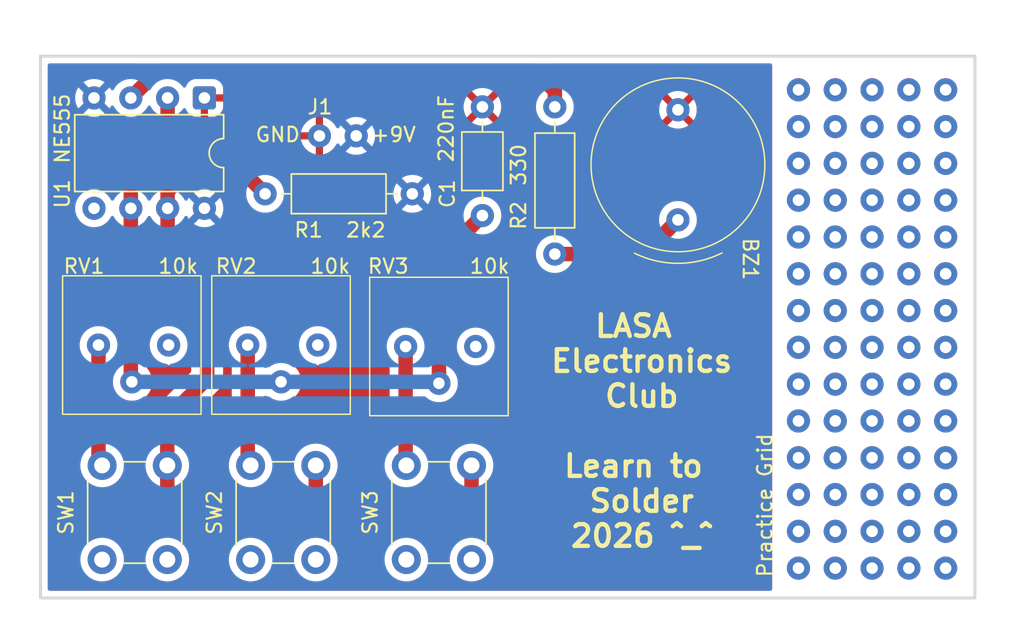
<source format=kicad_pcb>
(kicad_pcb (version 20241229) (generator "pcbnew") (generator_version "9.0")
  (layers (0 "F.Cu" signal) (2 "B.Cu" signal) (13 "F.Paste" user) (15 "B.Paste" user) (5 "F.SilkS" user "F.Silkscreen") (7 "B.SilkS" user "B.Silkscreen") (1 "F.Mask" user) (3 "B.Mask" user) (25 "Edge.Cuts" user))
  (net 0 "")
  (net 1 "Net-(U1-THR)")
  (net 2 "buzz")
  (net 3 "GND")
  (net 4 "+9V")
  (net 5 "Net-(U1-DIS)")
  (net 8 "Net-(RV1-Pad3)")
  (net 9 "Net-(RV2-Pad3)")
  (net 11 "Net-(RV3-Pad3)")
  (net 13 "Net-(BZ1-+)")
  (footprint "1_my_custom_library:3386P_Trimmer" (layer "F.Cu") (at 127.1 91.44)
    (property "Reference" "RV2" (at -3.1 -5.44 0) (layer "F.SilkS"))
    (property "Value" "10k")
    (fp_rect (start -4.78 -4.78) (end 4.78 4.78) (stroke (width 0.1)) (fill no) (layer "F.SilkS"))
    (pad "1" thru_hole circle (at 2.54 0) (size 1.6 1.6) (drill 0.8) (layers "*.Cu" "*.Mask"))
    (pad "2" thru_hole circle (at 0 2.54) (size 1.6 1.6) (drill 0.8) (layers "*.Cu" "*.Mask") (net 1 "Net-(U1-THR)"))
    (pad "3" thru_hole circle (at -2.3 0) (size 1.6 1.6) (drill 0.8) (layers "*.Cu" "*.Mask") (net 9 "Net-(RV2-Pad3)"))
  )
  (footprint "Button_Switch_THT:SW_PUSH_6mm" (layer "F.Cu") (at 140.25 99.75 -90)
    (property "Reference" "SW3" (at 3.25 7 90) (layer "F.SilkS"))
    (property "Value" "SW_Push")
    (fp_line (start 1 5.5) (end 5.5 5.5) (stroke (width 0.12)) (layer "F.SilkS"))
    (fp_line (start 6.75 3) (end 6.75 1.5) (stroke (width 0.12)) (layer "F.SilkS"))
    (fp_line (start -0.25 1.5) (end -0.25 3) (stroke (width 0.12)) (layer "F.SilkS"))
    (fp_line (start 5.5 -1) (end 1 -1) (stroke (width 0.12)) (layer "F.SilkS"))
    (pad "1" thru_hole circle (at 0 0) (size 2 2) (drill 1.1) (layers "*.Cu" "*.Mask") (net 5 "Net-(U1-DIS)"))
    (pad "1" thru_hole circle (at 6.5 0) (size 2 2) (drill 1.1) (layers "*.Cu" "*.Mask") (net 5 "Net-(U1-DIS)"))
    (pad "2" thru_hole circle (at 0 4.5) (size 2 2) (drill 1.1) (layers "*.Cu" "*.Mask") (net 11 "Net-(RV3-Pad3)"))
    (pad "2" thru_hole circle (at 6.5 4.5) (size 2 2) (drill 1.1) (layers "*.Cu" "*.Mask") (net 11 "Net-(RV3-Pad3)"))
  )
  (footprint "Resistor_THT:R_Axial_DIN0207_L6.3mm_D2.5mm_P10.16mm_Horizontal" (layer "F.Cu") (at 136.16 81 180)
    (property "Reference" "R1" (at 7.16 -2.5 0) (layer "F.SilkS"))
    (property "Value" "2k2")
    (fp_line (start 9.12 0) (end 8.35 0) (stroke (width 0.12)) (layer "F.SilkS"))
    (fp_line (start 1.04 0) (end 1.81 0) (stroke (width 0.12)) (layer "F.SilkS"))
    (fp_rect (start 1.81 -1.37) (end 8.35 1.37) (stroke (width 0.12)) (fill no) (layer "F.SilkS"))
    (pad "1" thru_hole circle (at 0 0 180) (size 1.6 1.6) (drill 0.8) (layers "*.Cu" "*.Mask") (net 4 "+9V"))
    (pad "2" thru_hole circle (at 10.16 0 180) (size 1.6 1.6) (drill 0.8) (layers "*.Cu" "*.Mask") (net 5 "Net-(U1-DIS)"))
  )
  (footprint "aaaa_custom:Solder learning area" (layer "F.Cu") (at 170.44 76.36)
    (property "Reference" "REF**" (hide yes))
    (property "Value" "Solder learning area")
    (pad "1" thru_hole circle (at -7.62 -2.54) (size 1.6 1.6) (drill 0.8) (layers "*.Cu" "*.Mask"))
    (pad "1" thru_hole circle (at -7.62 0) (size 1.6 1.6) (drill 0.8) (layers "*.Cu" "*.Mask"))
    (pad "1" thru_hole circle (at -7.62 2.54) (size 1.6 1.6) (drill 0.8) (layers "*.Cu" "*.Mask"))
    (pad "1" thru_hole circle (at -7.62 5.08) (size 1.6 1.6) (drill 0.8) (layers "*.Cu" "*.Mask"))
    (pad "1" thru_hole circle (at -7.62 7.62) (size 1.6 1.6) (drill 0.8) (layers "*.Cu" "*.Mask"))
    (pad "1" thru_hole circle (at -7.62 10.16) (size 1.6 1.6) (drill 0.8) (layers "*.Cu" "*.Mask"))
    (pad "1" thru_hole circle (at -7.62 12.7) (size 1.6 1.6) (drill 0.8) (layers "*.Cu" "*.Mask"))
    (pad "1" thru_hole circle (at -7.62 15.24) (size 1.6 1.6) (drill 0.8) (layers "*.Cu" "*.Mask"))
    (pad "1" thru_hole circle (at -7.62 17.78) (size 1.6 1.6) (drill 0.8) (layers "*.Cu" "*.Mask"))
    (pad "1" thru_hole circle (at -7.62 20.32) (size 1.6 1.6) (drill 0.8) (layers "*.Cu" "*.Mask"))
    (pad "1" thru_hole circle (at -7.62 22.86) (size 1.6 1.6) (drill 0.8) (layers "*.Cu" "*.Mask"))
    (pad "1" thru_hole circle (at -7.62 25.4) (size 1.6 1.6) (drill 0.8) (layers "*.Cu" "*.Mask"))
    (pad "1" thru_hole circle (at -7.62 27.94) (size 1.6 1.6) (drill 0.8) (layers "*.Cu" "*.Mask"))
    (pad "1" thru_hole circle (at -7.62 30.48) (size 1.6 1.6) (drill 0.8) (layers "*.Cu" "*.Mask"))
    (pad "1" thru_hole circle (at -5.08 -2.54) (size 1.6 1.6) (drill 0.8) (layers "*.Cu" "*.Mask"))
    (pad "1" thru_hole circle (at -5.08 0) (size 1.6 1.6) (drill 0.8) (layers "*.Cu" "*.Mask"))
    (pad "1" thru_hole circle (at -5.08 2.54) (size 1.6 1.6) (drill 0.8) (layers "*.Cu" "*.Mask"))
    (pad "1" thru_hole circle (at -5.08 5.08) (size 1.6 1.6) (drill 0.8) (layers "*.Cu" "*.Mask"))
    (pad "1" thru_hole circle (at -5.08 7.62) (size 1.6 1.6) (drill 0.8) (layers "*.Cu" "*.Mask"))
    (pad "1" thru_hole circle (at -5.08 10.16) (size 1.6 1.6) (drill 0.8) (layers "*.Cu" "*.Mask"))
    (pad "1" thru_hole circle (at -5.08 12.7) (size 1.6 1.6) (drill 0.8) (layers "*.Cu" "*.Mask"))
    (pad "1" thru_hole circle (at -5.08 15.24) (size 1.6 1.6) (drill 0.8) (layers "*.Cu" "*.Mask"))
    (pad "1" thru_hole circle (at -5.08 17.78) (size 1.6 1.6) (drill 0.8) (layers "*.Cu" "*.Mask"))
    (pad "1" thru_hole circle (at -5.08 20.32) (size 1.6 1.6) (drill 0.8) (layers "*.Cu" "*.Mask"))
    (pad "1" thru_hole circle (at -5.08 22.86) (size 1.6 1.6) (drill 0.8) (layers "*.Cu" "*.Mask"))
    (pad "1" thru_hole circle (at -5.08 25.4) (size 1.6 1.6) (drill 0.8) (layers "*.Cu" "*.Mask"))
    (pad "1" thru_hole circle (at -5.08 27.94) (size 1.6 1.6) (drill 0.8) (layers "*.Cu" "*.Mask"))
    (pad "1" thru_hole circle (at -5.08 30.48) (size 1.6 1.6) (drill 0.8) (layers "*.Cu" "*.Mask"))
    (pad "1" thru_hole circle (at -2.54 -2.54) (size 1.6 1.6) (drill 0.8) (layers "*.Cu" "*.Mask"))
    (pad "1" thru_hole circle (at -2.54 0) (size 1.6 1.6) (drill 0.8) (layers "*.Cu" "*.Mask"))
    (pad "1" thru_hole circle (at -2.54 2.54) (size 1.6 1.6) (drill 0.8) (layers "*.Cu" "*.Mask"))
    (pad "1" thru_hole circle (at -2.54 5.08) (size 1.6 1.6) (drill 0.8) (layers "*.Cu" "*.Mask"))
    (pad "1" thru_hole circle (at -2.54 7.62) (size 1.6 1.6) (drill 0.8) (layers "*.Cu" "*.Mask"))
    (pad "1" thru_hole circle (at -2.54 10.16) (size 1.6 1.6) (drill 0.8) (layers "*.Cu" "*.Mask"))
    (pad "1" thru_hole circle (at -2.54 12.7) (size 1.6 1.6) (drill 0.8) (layers "*.Cu" "*.Mask"))
    (pad "1" thru_hole circle (at -2.54 15.24) (size 1.6 1.6) (drill 0.8) (layers "*.Cu" "*.Mask"))
    (pad "1" thru_hole circle (at -2.54 17.78) (size 1.6 1.6) (drill 0.8) (layers "*.Cu" "*.Mask"))
    (pad "1" thru_hole circle (at -2.54 20.32) (size 1.6 1.6) (drill 0.8) (layers "*.Cu" "*.Mask"))
    (pad "1" thru_hole circle (at -2.54 22.86) (size 1.6 1.6) (drill 0.8) (layers "*.Cu" "*.Mask"))
    (pad "1" thru_hole circle (at -2.54 25.4) (size 1.6 1.6) (drill 0.8) (layers "*.Cu" "*.Mask"))
    (pad "1" thru_hole circle (at -2.54 27.94) (size 1.6 1.6) (drill 0.8) (layers "*.Cu" "*.Mask"))
    (pad "1" thru_hole circle (at -2.54 30.48) (size 1.6 1.6) (drill 0.8) (layers "*.Cu" "*.Mask"))
    (pad "1" thru_hole circle (at 0 -2.54) (size 1.6 1.6) (drill 0.8) (layers "*.Cu" "*.Mask"))
    (pad "1" thru_hole circle (at 0 0) (size 1.6 1.6) (drill 0.8) (layers "*.Cu" "*.Mask"))
    (pad "1" thru_hole circle (at 0 2.54) (size 1.6 1.6) (drill 0.8) (layers "*.Cu" "*.Mask"))
    (pad "1" thru_hole circle (at 0 5.08) (size 1.6 1.6) (drill 0.8) (layers "*.Cu" "*.Mask"))
    (pad "1" thru_hole circle (at 0 7.62) (size 1.6 1.6) (drill 0.8) (layers "*.Cu" "*.Mask"))
    (pad "1" thru_hole circle (at 0 10.16) (size 1.6 1.6) (drill 0.8) (layers "*.Cu" "*.Mask"))
    (pad "1" thru_hole circle (at 0 12.7) (size 1.6 1.6) (drill 0.8) (layers "*.Cu" "*.Mask"))
    (pad "1" thru_hole circle (at 0 15.24) (size 1.6 1.6) (drill 0.8) (layers "*.Cu" "*.Mask"))
    (pad "1" thru_hole circle (at 0 17.78) (size 1.6 1.6) (drill 0.8) (layers "*.Cu" "*.Mask"))
    (pad "1" thru_hole circle (at 0 20.32) (size 1.6 1.6) (drill 0.8) (layers "*.Cu" "*.Mask"))
    (pad "1" thru_hole circle (at 0 22.86) (size 1.6 1.6) (drill 0.8) (layers "*.Cu" "*.Mask"))
    (pad "1" thru_hole circle (at 0 25.4) (size 1.6 1.6) (drill 0.8) (layers "*.Cu" "*.Mask"))
    (pad "1" thru_hole circle (at 0 27.94) (size 1.6 1.6) (drill 0.8) (layers "*.Cu" "*.Mask"))
    (pad "1" thru_hole circle (at 0 30.48) (size 1.6 1.6) (drill 0.8) (layers "*.Cu" "*.Mask"))
    (pad "1" thru_hole circle (at 2.54 -2.54) (size 1.6 1.6) (drill 0.8) (layers "*.Cu" "*.Mask"))
    (pad "1" thru_hole circle (at 2.54 0) (size 1.6 1.6) (drill 0.8) (layers "*.Cu" "*.Mask"))
    (pad "1" thru_hole circle (at 2.54 2.54) (size 1.6 1.6) (drill 0.8) (layers "*.Cu" "*.Mask"))
    (pad "1" thru_hole circle (at 2.54 5.08) (size 1.6 1.6) (drill 0.8) (layers "*.Cu" "*.Mask"))
    (pad "1" thru_hole circle (at 2.54 7.62) (size 1.6 1.6) (drill 0.8) (layers "*.Cu" "*.Mask"))
    (pad "1" thru_hole circle (at 2.54 10.16) (size 1.6 1.6) (drill 0.8) (layers "*.Cu" "*.Mask"))
    (pad "1" thru_hole circle (at 2.54 12.7) (size 1.6 1.6) (drill 0.8) (layers "*.Cu" "*.Mask"))
    (pad "1" thru_hole circle (at 2.54 15.24) (size 1.6 1.6) (drill 0.8) (layers "*.Cu" "*.Mask"))
    (pad "1" thru_hole circle (at 2.54 17.78) (size 1.6 1.6) (drill 0.8) (layers "*.Cu" "*.Mask"))
    (pad "1" thru_hole circle (at 2.54 20.32) (size 1.6 1.6) (drill 0.8) (layers "*.Cu" "*.Mask"))
    (pad "1" thru_hole circle (at 2.54 22.86) (size 1.6 1.6) (drill 0.8) (layers "*.Cu" "*.Mask"))
    (pad "1" thru_hole circle (at 2.54 25.4) (size 1.6 1.6) (drill 0.8) (layers "*.Cu" "*.Mask"))
    (pad "1" thru_hole circle (at 2.54 27.94) (size 1.6 1.6) (drill 0.8) (layers "*.Cu" "*.Mask"))
    (pad "1" thru_hole circle (at 2.54 30.48) (size 1.6 1.6) (drill 0.8) (layers "*.Cu" "*.Mask"))
  )
  (footprint "1_my_custom_library:3386P_Trimmer" (layer "F.Cu") (at 138 91.54)
    (property "Reference" "RV3" (at -3.5 -5.54 0) (layer "F.SilkS"))
    (property "Value" "10k")
    (fp_rect (start -4.78 -4.78) (end 4.78 4.78) (stroke (width 0.1)) (fill no) (layer "F.SilkS"))
    (pad "1" thru_hole circle (at 2.54 0) (size 1.6 1.6) (drill 0.8) (layers "*.Cu" "*.Mask"))
    (pad "2" thru_hole circle (at 0 2.54) (size 1.6 1.6) (drill 0.8) (layers "*.Cu" "*.Mask") (net 1 "Net-(U1-THR)"))
    (pad "3" thru_hole circle (at -2.3 0) (size 1.6 1.6) (drill 0.8) (layers "*.Cu" "*.Mask") (net 11 "Net-(RV3-Pad3)"))
  )
  (footprint "Capacitor_THT:C_Axial_L3.8mm_D2.6mm_P7.50mm_Horizontal" (layer "F.Cu") (at 141 82.5 90)
    (property "Reference" "C1" (at 1.5 -2.42 90) (layer "F.SilkS"))
    (property "Value" "220n")
    (fp_line (start 6.46 0) (end 5.77 0) (stroke (width 0.12)) (layer "F.SilkS"))
    (fp_line (start 1.04 0) (end 1.73 0) (stroke (width 0.12)) (layer "F.SilkS"))
    (fp_rect (start 1.73 -1.42) (end 5.77 1.42) (stroke (width 0.12)) (fill no) (layer "F.SilkS"))
    (pad "1" thru_hole circle (at 0 0 90) (size 1.6 1.6) (drill 0.8) (layers "*.Cu" "*.Mask") (net 1 "Net-(U1-THR)"))
    (pad "2" thru_hole circle (at 7.5 0 90) (size 1.6 1.6) (drill 0.8) (layers "*.Cu" "*.Mask") (net 3 "GND"))
  )
  (footprint "Package_DIP:DIP-8_W7.62mm" (layer "F.Cu") (at 121.81 74.38 -90)
    (property "Reference" "U1" (at 6.62 9.81 90) (layer "F.SilkS"))
    (property "Value" "NE555P")
    (fp_line (start 1.16 8.95) (end 6.46 8.95) (stroke (width 0.12)) (layer "F.SilkS"))
    (fp_line (start 6.46 8.95) (end 6.46 -1.33) (stroke (width 0.12)) (layer "F.SilkS"))
    (fp_line (start 1.16 -1.33) (end 1.16 8.95) (stroke (width 0.12)) (layer "F.SilkS"))
    (fp_line (start 2.81 -1.33) (end 1.16 -1.33) (stroke (width 0.12)) (layer "F.SilkS"))
    (fp_line (start 6.46 -1.33) (end 4.81 -1.33) (stroke (width 0.12)) (layer "F.SilkS"))
    (fp_arc (start 4.81 -1.33) (mid 3.81 -0.33) (end 2.81 -1.33) (stroke (width 0.12)) (layer "F.SilkS"))
    (pad "1" thru_hole roundrect (at 0 0 270) (size 1.6 1.6) (drill 0.8) (layers "*.Cu" "*.Mask") (roundrect_rratio 0.15625) (net 3 "GND"))
    (pad "2" thru_hole circle (at 0 2.54 270) (size 1.6 1.6) (drill 0.8) (layers "*.Cu" "*.Mask") (net 1 "Net-(U1-THR)"))
    (pad "3" thru_hole circle (at 0 5.08 270) (size 1.6 1.6) (drill 0.8) (layers "*.Cu" "*.Mask") (net 2 "buzz"))
    (pad "4" thru_hole circle (at 0 7.62 270) (size 1.6 1.6) (drill 0.8) (layers "*.Cu" "*.Mask") (net 4 "+9V"))
    (pad "5" thru_hole circle (at 7.62 7.62 270) (size 1.6 1.6) (drill 0.8) (layers "*.Cu" "*.Mask"))
    (pad "6" thru_hole circle (at 7.62 5.08 270) (size 1.6 1.6) (drill 0.8) (layers "*.Cu" "*.Mask") (net 1 "Net-(U1-THR)"))
    (pad "7" thru_hole circle (at 7.62 2.54 270) (size 1.6 1.6) (drill 0.8) (layers "*.Cu" "*.Mask") (net 5 "Net-(U1-DIS)"))
    (pad "8" thru_hole circle (at 7.62 0 270) (size 1.6 1.6) (drill 0.8) (layers "*.Cu" "*.Mask") (net 4 "+9V"))
  )
  (footprint "1_my_custom_library:9v_dc_batt_2_pin" (layer "F.Cu") (at 129.75 77)
    (property "Reference" "J1" (at 0.04 -2 0) (layer "F.SilkS"))
    (property "Value" "9V Connector")
    (fp_text user "+9V" (at 3.5 0.5 0) (layer "F.SilkS") (effects (justify left bottom)))
    (fp_text user "GND" (at -4.5 0.5 0) (layer "F.SilkS") (effects (justify left bottom)))
    (pad "1" thru_hole circle (at 2.54 0) (size 1.6 1.6) (drill 0.8) (layers "*.Cu" "*.Mask") (net 4 "+9V"))
    (pad "2" thru_hole circle (at 0 0) (size 1.6 1.6) (drill 0.8) (layers "*.Cu" "*.Mask") (net 3 "GND"))
  )
  (footprint "aaaa_custom:HNB-09A05 buzzer" (layer "F.Cu") (at 154.5 79 180)
    (property "Reference" "BZ1" (at -5 -6.5 270) (layer "F.SilkS"))
    (property "Value" "42R Passive Buzzer")
    (fp_arc (start -3.040066 -6.080132) (mid -0.022361 -6.797757) (end 3 -6.1) (stroke (width 0.1)) (layer "F.SilkS"))
    (fp_circle (center 0 0) (end 6 0) (stroke (width 0.1)) (fill no) (layer "F.SilkS"))
    (pad "1" thru_hole circle (at 0 -3.8 180) (size 1.6 1.6) (drill 0.8) (layers "*.Cu" "*.Mask") (net 13 "Net-(BZ1-+)"))
    (pad "2" thru_hole circle (at 0 3.8 180) (size 1.6 1.6) (drill 0.8) (layers "*.Cu" "*.Mask") (net 3 "GND"))
  )
  (footprint "Button_Switch_THT:SW_PUSH_6mm" (layer "F.Cu") (at 119.25 99.75 -90)
    (property "Reference" "SW1" (at 3.25 7 90) (layer "F.SilkS"))
    (property "Value" "SW_Push")
    (fp_line (start 1 5.5) (end 5.5 5.5) (stroke (width 0.12)) (layer "F.SilkS"))
    (fp_line (start 6.75 3) (end 6.75 1.5) (stroke (width 0.12)) (layer "F.SilkS"))
    (fp_line (start -0.25 1.5) (end -0.25 3) (stroke (width 0.12)) (layer "F.SilkS"))
    (fp_line (start 5.5 -1) (end 1 -1) (stroke (width 0.12)) (layer "F.SilkS"))
    (pad "1" thru_hole circle (at 0 0) (size 2 2) (drill 1.1) (layers "*.Cu" "*.Mask") (net 5 "Net-(U1-DIS)"))
    (pad "1" thru_hole circle (at 6.5 0) (size 2 2) (drill 1.1) (layers "*.Cu" "*.Mask") (net 5 "Net-(U1-DIS)"))
    (pad "2" thru_hole circle (at 0 4.5) (size 2 2) (drill 1.1) (layers "*.Cu" "*.Mask") (net 8 "Net-(RV1-Pad3)"))
    (pad "2" thru_hole circle (at 6.5 4.5) (size 2 2) (drill 1.1) (layers "*.Cu" "*.Mask") (net 8 "Net-(RV1-Pad3)"))
  )
  (footprint "Resistor_THT:R_Axial_DIN0207_L6.3mm_D2.5mm_P10.16mm_Horizontal" (layer "F.Cu") (at 146 75 -90)
    (property "Reference" "R2" (at 7.5 2.5 90) (layer "F.SilkS"))
    (property "Value" "330")
    (fp_line (start 1.04 0) (end 1.81 0) (stroke (width 0.12)) (layer "F.SilkS"))
    (fp_line (start 9.12 0) (end 8.35 0) (stroke (width 0.12)) (layer "F.SilkS"))
    (fp_rect (start 1.81 -1.37) (end 8.35 1.37) (stroke (width 0.12)) (fill no) (layer "F.SilkS"))
    (pad "1" thru_hole circle (at 0 0 270) (size 1.6 1.6) (drill 0.8) (layers "*.Cu" "*.Mask") (net 2 "buzz"))
    (pad "2" thru_hole circle (at 10.16 0 270) (size 1.6 1.6) (drill 0.8) (layers "*.Cu" "*.Mask") (net 13 "Net-(BZ1-+)"))
  )
  (footprint "Button_Switch_THT:SW_PUSH_6mm" (layer "F.Cu") (at 129.5 99.75 -90)
    (property "Reference" "SW2" (at 3.25 7 90) (layer "F.SilkS"))
    (property "Value" "SW_Push")
    (fp_line (start 1 5.5) (end 5.5 5.5) (stroke (width 0.12)) (layer "F.SilkS"))
    (fp_line (start 6.75 3) (end 6.75 1.5) (stroke (width 0.12)) (layer "F.SilkS"))
    (fp_line (start -0.25 1.5) (end -0.25 3) (stroke (width 0.12)) (layer "F.SilkS"))
    (fp_line (start 5.5 -1) (end 1 -1) (stroke (width 0.12)) (layer "F.SilkS"))
    (pad "1" thru_hole circle (at 0 0) (size 2 2) (drill 1.1) (layers "*.Cu" "*.Mask") (net 5 "Net-(U1-DIS)"))
    (pad "1" thru_hole circle (at 6.5 0) (size 2 2) (drill 1.1) (layers "*.Cu" "*.Mask") (net 5 "Net-(U1-DIS)"))
    (pad "2" thru_hole circle (at 0 4.5) (size 2 2) (drill 1.1) (layers "*.Cu" "*.Mask") (net 9 "Net-(RV2-Pad3)"))
    (pad "2" thru_hole circle (at 6.5 4.5) (size 2 2) (drill 1.1) (layers "*.Cu" "*.Mask") (net 9 "Net-(RV2-Pad3)"))
  )
  (footprint "1_my_custom_library:3386P_Trimmer" (layer "F.Cu") (at 116.8 91.44)
    (property "Reference" "RV1" (at -3.3 -5.44 0) (layer "F.SilkS"))
    (property "Value" "10k")
    (fp_rect (start -4.78 -4.78) (end 4.78 4.78) (stroke (width 0.1)) (fill no) (layer "F.SilkS"))
    (pad "1" thru_hole circle (at 2.54 0) (size 1.6 1.6) (drill 0.8) (layers "*.Cu" "*.Mask"))
    (pad "2" thru_hole circle (at 0 2.54) (size 1.6 1.6) (drill 0.8) (layers "*.Cu" "*.Mask") (net 1 "Net-(U1-THR)"))
    (pad "3" thru_hole circle (at -2.3 0) (size 1.6 1.6) (drill 0.8) (layers "*.Cu" "*.Mask") (net 8 "Net-(RV1-Pad3)"))
  )
  (gr_rect (start 110.5 71.5) (end 175 108.9) (stroke (width 0.2)) (fill no) (layer "Edge.Cuts"))
  (gr_text "10k" (at 141.5 86 0) (layer "F.SilkS") (effects (font (size 1 1))))
  (gr_text "LASA \nElectronics\nClub\n\nLearn to \nSolder\n2026 ^_^" (at 152 105.5 0) (layer "F.SilkS") (effects (font (size 1.5 1.5) (thickness 0.3) (bold yes)) (justify bottom)))
  (gr_text "10k" (at 130.5 86 0) (layer "F.SilkS") (effects (font (size 1 1))))
  (gr_text "2k2" (at 132.95 83.5 0) (layer "F.SilkS") (effects (font (size 1 1))))
  (gr_text "10k" (at 120 86 0) (layer "F.SilkS") (effects (font (size 1 1))))
  (gr_text "330" (at 143.5 79 90) (layer "F.SilkS") (effects (font (size 1 1))))
  (gr_text "Practice Grid\n" (at 160.5 102.5 90) (layer "F.SilkS") (effects (font (size 1 1))))
  (gr_text "220nF" (at 138.5 76.5 90) (layer "F.SilkS") (effects (font (size 1 1))))
  (gr_text "NE555" (at 112 76.5 90) (layer "F.SilkS") (effects (font (size 1 1))))
  (segment (start 116.73 82) (end 117 82) (width 1) (layer "F.Cu") (net 1))
  (segment (start 141 82.5) (end 138 85.5) (width 1) (layer "F.Cu") (net 1))
  (segment (start 119.27 76.53) (end 116.73 79.07) (width 1) (layer "F.Cu") (net 1))
  (segment (start 116.73 93.91) (end 116.8 93.98) (width 1) (layer "F.Cu") (net 1))
  (segment (start 116.73 82) (end 116.73 93.91) (width 1) (layer "F.Cu") (net 1))
  (segment (start 116.73 79.07) (end 116.73 82) (width 1) (layer "F.Cu") (net 1))
  (segment (start 119.27 74.38) (end 119.27 76.53) (width 1) (layer "F.Cu") (net 1))
  (segment (start 138 85.5) (end 138 94.08) (width 1) (layer "F.Cu") (net 1))
  (segment (start 116.8 93.98) (end 137.9 93.98) (width 1) (layer "B.Cu") (net 1))
  (segment (start 137.9 93.98) (end 138 94.08) (width 1) (layer "B.Cu") (net 1))
  (segment (start 146 75) (end 146 73.9) (width 1) (layer "F.Cu") (net 2))
  (segment (start 144.601 72.501) (end 118.609 72.501) (width 1) (layer "F.Cu") (net 2))
  (segment (start 118.609 72.501) (end 116.73 74.38) (width 1) (layer "F.Cu") (net 2))
  (segment (start 146 73.9) (end 144.601 72.501) (width 1) (layer "F.Cu") (net 2))
  (segment (start 119.25 99.75) (end 119.25 96.5) (width 1) (layer "F.Cu") (net 5))
  (segment (start 140.25 99.75) (end 140.25 102.7) (width 1) (layer "F.Cu") (net 5))
  (segment (start 119.27 80.83) (end 119.27 82) (width 1) (layer "F.Cu") (net 5))
  (segment (start 119.25 99.75) (end 119.25 102.7) (width 1) (layer "F.Cu") (net 5))
  (segment (start 119.27 86.645) (end 119.27 82) (width 1) (layer "F.Cu") (net 5))
  (segment (start 122 93.75) (end 122 89.375) (width 1) (layer "F.Cu") (net 5))
  (segment (start 129.5 99.75) (end 129.5 102.6) (width 1) (layer "F.Cu") (net 5))
  (segment (start 120.8 79.3) (end 124.3 79.3) (width 1) (layer "F.Cu") (net 5))
  (segment (start 126 81) (end 124.3 79.3) (width 1) (layer "F.Cu") (net 5))
  (segment (start 120.8 79.3) (end 119.27 80.83) (width 1) (layer "F.Cu") (net 5))
  (segment (start 129.5 102.6) (end 129.6 102.7) (width 1) (layer "F.Cu") (net 5))
  (segment (start 129.6 102.7) (end 119.25 102.7) (width 1) (layer "F.Cu") (net 5))
  (segment (start 119.25 96.5) (end 122 93.75) (width 1) (layer "F.Cu") (net 5))
  (segment (start 140.25 102.7) (end 129.6 102.7) (width 1) (layer "F.Cu") (net 5))
  (segment (start 122 89.375) (end 119.27 86.645) (width 1) (layer "F.Cu") (net 5))
  (segment (start 119.3 99.7) (end 119.25 99.75) (width 1) (layer "B.Cu") (net 5))
  (segment (start 114.5 99.5) (end 114.75 99.75) (width 1) (layer "F.Cu") (net 8))
  (segment (start 114.5 91.44) (end 114.5 99.5) (width 1) (layer "F.Cu") (net 8))
  (segment (start 124.8 91.44) (end 124.8 99.55) (width 1) (layer "F.Cu") (net 9))
  (segment (start 124.8 99.55) (end 125 99.75) (width 1) (layer "F.Cu") (net 9))
  (segment (start 135.7 99.7) (end 135.75 99.75) (width 1) (layer "F.Cu") (net 11))
  (segment (start 135.7 91.54) (end 135.7 99.7) (width 1) (layer "F.Cu") (net 11))
  (segment (start 146 85.16) (end 152.14 85.16) (width 1) (layer "F.Cu") (net 13))
  (segment (start 152.14 85.16) (end 154.5 82.8) (width 1) (layer "F.Cu") (net 13))
  (zone (net 3) (net_name "GND") (layer "F.Cu") (connect_pads (clearance 0.6)) (min_thickness 0.25) (fill yes (thermal_gap 0.5) (thermal_bridge_width 0.5))
    (polygon (pts (xy 161 70) (xy 107.9 68.5) (xy 107.7 111.8) (xy 161 112)))
  )
  (zone (net 4) (net_name "+9V") (layer "B.Cu") (connect_pads (clearance 0.5)) (min_thickness 0.25) (fill yes (thermal_gap 0.5) (thermal_bridge_width 0.5))
    (polygon (pts (xy 161 69) (xy 108.600917 67.621056) (xy 108.400917 110.921056) (xy 161 112)))
  )
)
</source>
